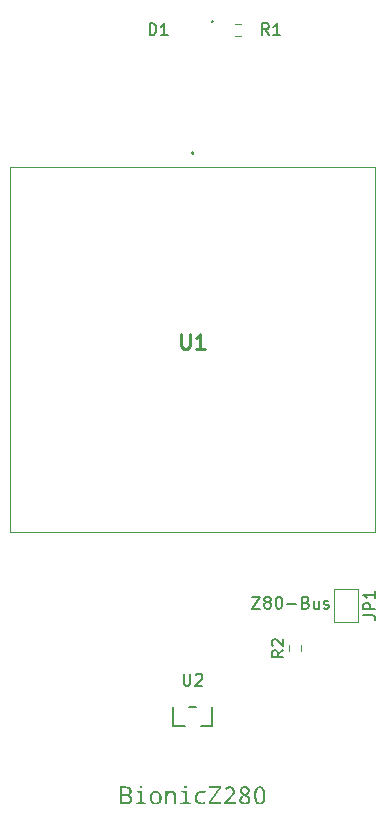
<source format=gbr>
G04 #@! TF.GenerationSoftware,KiCad,Pcbnew,9.0.6-9.0.6~ubuntu25.10.1*
G04 #@! TF.CreationDate,2025-12-01T20:39:10+09:00*
G04 #@! TF.ProjectId,bionic-z280,62696f6e-6963-42d7-9a32-38302e6b6963,1*
G04 #@! TF.SameCoordinates,Original*
G04 #@! TF.FileFunction,Legend,Top*
G04 #@! TF.FilePolarity,Positive*
%FSLAX46Y46*%
G04 Gerber Fmt 4.6, Leading zero omitted, Abs format (unit mm)*
G04 Created by KiCad (PCBNEW 9.0.6-9.0.6~ubuntu25.10.1) date 2025-12-01 20:39:10*
%MOMM*%
%LPD*%
G01*
G04 APERTURE LIST*
%ADD10C,0.150000*%
%ADD11C,0.254000*%
%ADD12C,0.152400*%
%ADD13C,0.120000*%
%ADD14C,0.100000*%
%ADD15C,0.200000*%
G04 APERTURE END LIST*
D10*
X118745649Y-119619819D02*
X119412315Y-119619819D01*
X119412315Y-119619819D02*
X118745649Y-120619819D01*
X118745649Y-120619819D02*
X119412315Y-120619819D01*
X119936125Y-120048390D02*
X119840887Y-120000771D01*
X119840887Y-120000771D02*
X119793268Y-119953152D01*
X119793268Y-119953152D02*
X119745649Y-119857914D01*
X119745649Y-119857914D02*
X119745649Y-119810295D01*
X119745649Y-119810295D02*
X119793268Y-119715057D01*
X119793268Y-119715057D02*
X119840887Y-119667438D01*
X119840887Y-119667438D02*
X119936125Y-119619819D01*
X119936125Y-119619819D02*
X120126601Y-119619819D01*
X120126601Y-119619819D02*
X120221839Y-119667438D01*
X120221839Y-119667438D02*
X120269458Y-119715057D01*
X120269458Y-119715057D02*
X120317077Y-119810295D01*
X120317077Y-119810295D02*
X120317077Y-119857914D01*
X120317077Y-119857914D02*
X120269458Y-119953152D01*
X120269458Y-119953152D02*
X120221839Y-120000771D01*
X120221839Y-120000771D02*
X120126601Y-120048390D01*
X120126601Y-120048390D02*
X119936125Y-120048390D01*
X119936125Y-120048390D02*
X119840887Y-120096009D01*
X119840887Y-120096009D02*
X119793268Y-120143628D01*
X119793268Y-120143628D02*
X119745649Y-120238866D01*
X119745649Y-120238866D02*
X119745649Y-120429342D01*
X119745649Y-120429342D02*
X119793268Y-120524580D01*
X119793268Y-120524580D02*
X119840887Y-120572200D01*
X119840887Y-120572200D02*
X119936125Y-120619819D01*
X119936125Y-120619819D02*
X120126601Y-120619819D01*
X120126601Y-120619819D02*
X120221839Y-120572200D01*
X120221839Y-120572200D02*
X120269458Y-120524580D01*
X120269458Y-120524580D02*
X120317077Y-120429342D01*
X120317077Y-120429342D02*
X120317077Y-120238866D01*
X120317077Y-120238866D02*
X120269458Y-120143628D01*
X120269458Y-120143628D02*
X120221839Y-120096009D01*
X120221839Y-120096009D02*
X120126601Y-120048390D01*
X120936125Y-119619819D02*
X121031363Y-119619819D01*
X121031363Y-119619819D02*
X121126601Y-119667438D01*
X121126601Y-119667438D02*
X121174220Y-119715057D01*
X121174220Y-119715057D02*
X121221839Y-119810295D01*
X121221839Y-119810295D02*
X121269458Y-120000771D01*
X121269458Y-120000771D02*
X121269458Y-120238866D01*
X121269458Y-120238866D02*
X121221839Y-120429342D01*
X121221839Y-120429342D02*
X121174220Y-120524580D01*
X121174220Y-120524580D02*
X121126601Y-120572200D01*
X121126601Y-120572200D02*
X121031363Y-120619819D01*
X121031363Y-120619819D02*
X120936125Y-120619819D01*
X120936125Y-120619819D02*
X120840887Y-120572200D01*
X120840887Y-120572200D02*
X120793268Y-120524580D01*
X120793268Y-120524580D02*
X120745649Y-120429342D01*
X120745649Y-120429342D02*
X120698030Y-120238866D01*
X120698030Y-120238866D02*
X120698030Y-120000771D01*
X120698030Y-120000771D02*
X120745649Y-119810295D01*
X120745649Y-119810295D02*
X120793268Y-119715057D01*
X120793268Y-119715057D02*
X120840887Y-119667438D01*
X120840887Y-119667438D02*
X120936125Y-119619819D01*
X121698030Y-120238866D02*
X122459935Y-120238866D01*
X123269458Y-120096009D02*
X123412315Y-120143628D01*
X123412315Y-120143628D02*
X123459934Y-120191247D01*
X123459934Y-120191247D02*
X123507553Y-120286485D01*
X123507553Y-120286485D02*
X123507553Y-120429342D01*
X123507553Y-120429342D02*
X123459934Y-120524580D01*
X123459934Y-120524580D02*
X123412315Y-120572200D01*
X123412315Y-120572200D02*
X123317077Y-120619819D01*
X123317077Y-120619819D02*
X122936125Y-120619819D01*
X122936125Y-120619819D02*
X122936125Y-119619819D01*
X122936125Y-119619819D02*
X123269458Y-119619819D01*
X123269458Y-119619819D02*
X123364696Y-119667438D01*
X123364696Y-119667438D02*
X123412315Y-119715057D01*
X123412315Y-119715057D02*
X123459934Y-119810295D01*
X123459934Y-119810295D02*
X123459934Y-119905533D01*
X123459934Y-119905533D02*
X123412315Y-120000771D01*
X123412315Y-120000771D02*
X123364696Y-120048390D01*
X123364696Y-120048390D02*
X123269458Y-120096009D01*
X123269458Y-120096009D02*
X122936125Y-120096009D01*
X124364696Y-119953152D02*
X124364696Y-120619819D01*
X123936125Y-119953152D02*
X123936125Y-120476961D01*
X123936125Y-120476961D02*
X123983744Y-120572200D01*
X123983744Y-120572200D02*
X124078982Y-120619819D01*
X124078982Y-120619819D02*
X124221839Y-120619819D01*
X124221839Y-120619819D02*
X124317077Y-120572200D01*
X124317077Y-120572200D02*
X124364696Y-120524580D01*
X124793268Y-120572200D02*
X124888506Y-120619819D01*
X124888506Y-120619819D02*
X125078982Y-120619819D01*
X125078982Y-120619819D02*
X125174220Y-120572200D01*
X125174220Y-120572200D02*
X125221839Y-120476961D01*
X125221839Y-120476961D02*
X125221839Y-120429342D01*
X125221839Y-120429342D02*
X125174220Y-120334104D01*
X125174220Y-120334104D02*
X125078982Y-120286485D01*
X125078982Y-120286485D02*
X124936125Y-120286485D01*
X124936125Y-120286485D02*
X124840887Y-120238866D01*
X124840887Y-120238866D02*
X124793268Y-120143628D01*
X124793268Y-120143628D02*
X124793268Y-120096009D01*
X124793268Y-120096009D02*
X124840887Y-120000771D01*
X124840887Y-120000771D02*
X124936125Y-119953152D01*
X124936125Y-119953152D02*
X125078982Y-119953152D01*
X125078982Y-119953152D02*
X125174220Y-120000771D01*
G36*
X108140785Y-135676957D02*
G01*
X108253197Y-135695966D01*
X108338589Y-135724097D01*
X108402372Y-135759448D01*
X108456037Y-135808979D01*
X108495103Y-135871540D01*
X108519966Y-135949979D01*
X108528951Y-136048509D01*
X108519604Y-136132661D01*
X108492745Y-136204404D01*
X108448443Y-136266496D01*
X108389972Y-136315933D01*
X108318382Y-136351161D01*
X108230731Y-136371917D01*
X108230731Y-136382175D01*
X108342992Y-136410284D01*
X108427445Y-136450758D01*
X108489778Y-136502106D01*
X108533830Y-136564717D01*
X108561175Y-136640817D01*
X108570900Y-136734160D01*
X108562045Y-136834321D01*
X108536903Y-136919279D01*
X108496474Y-136991916D01*
X108440199Y-137054270D01*
X108372101Y-137103334D01*
X108291741Y-137139492D01*
X108196763Y-137162373D01*
X108084185Y-137170500D01*
X107544164Y-137170500D01*
X107544164Y-137007559D01*
X107735773Y-137007559D01*
X108050388Y-137007559D01*
X108156453Y-136998123D01*
X108235024Y-136972830D01*
X108292616Y-136934364D01*
X108333597Y-136882684D01*
X108359560Y-136815043D01*
X108369033Y-136726466D01*
X108359733Y-136646542D01*
X108333952Y-136584595D01*
X108292492Y-136536312D01*
X108232969Y-136499629D01*
X108150229Y-136475119D01*
X108037016Y-136465889D01*
X107735773Y-136465889D01*
X107735773Y-137007559D01*
X107544164Y-137007559D01*
X107544164Y-136302949D01*
X107735773Y-136302949D01*
X108026849Y-136302949D01*
X108132592Y-136295385D01*
X108207765Y-136275652D01*
X108259948Y-136246895D01*
X108298920Y-136204117D01*
X108323918Y-136144221D01*
X108333221Y-136061240D01*
X108323513Y-135983708D01*
X108297071Y-135927028D01*
X108254819Y-135885843D01*
X108199579Y-135858816D01*
X108119447Y-135840044D01*
X108006333Y-135832812D01*
X107735773Y-135832812D01*
X107735773Y-136302949D01*
X107544164Y-136302949D01*
X107544164Y-135669871D01*
X107995067Y-135669871D01*
X108140785Y-135676957D01*
G37*
G36*
X109313337Y-135581944D02*
G01*
X109362030Y-135589664D01*
X109394166Y-135610434D01*
X109414294Y-135644856D01*
X109421964Y-135698631D01*
X109413200Y-135752334D01*
X109389632Y-135787291D01*
X109354506Y-135809110D01*
X109313337Y-135816417D01*
X109264193Y-135808625D01*
X109231760Y-135787660D01*
X109211445Y-135752914D01*
X109203703Y-135698631D01*
X109211412Y-135644950D01*
X109231675Y-135610522D01*
X109264102Y-135589697D01*
X109313337Y-135581944D01*
G37*
G36*
X109218998Y-136191574D02*
G01*
X108943401Y-136170233D01*
X108943401Y-136045028D01*
X109405569Y-136045028D01*
X109405569Y-137023954D01*
X109766255Y-137044470D01*
X109766255Y-137170500D01*
X108866556Y-137170500D01*
X108866556Y-137044470D01*
X109218998Y-137023954D01*
X109218998Y-136191574D01*
G37*
G36*
X110663433Y-136037777D02*
G01*
X110759004Y-136067647D01*
X110844121Y-136116695D01*
X110920577Y-136186353D01*
X110981158Y-136269333D01*
X111025423Y-136365595D01*
X111053201Y-136477641D01*
X111063001Y-136608680D01*
X111053180Y-136744302D01*
X111025538Y-136858635D01*
X110981861Y-136955297D01*
X110922592Y-137037143D01*
X110847350Y-137105204D01*
X110761500Y-137153664D01*
X110662936Y-137183517D01*
X110548626Y-137193947D01*
X110441061Y-137183632D01*
X110346057Y-137153756D01*
X110261042Y-137104580D01*
X110184277Y-137034578D01*
X110123580Y-136951290D01*
X110079165Y-136854379D01*
X110051253Y-136741273D01*
X110041394Y-136608680D01*
X110234010Y-136608680D01*
X110242644Y-136738761D01*
X110265833Y-136837817D01*
X110300552Y-136912285D01*
X110345382Y-136967293D01*
X110400694Y-137006274D01*
X110468600Y-137030571D01*
X110552656Y-137039250D01*
X110636380Y-137030585D01*
X110704042Y-137006323D01*
X110759179Y-136967383D01*
X110803889Y-136912403D01*
X110838531Y-136837937D01*
X110861675Y-136738845D01*
X110870294Y-136608680D01*
X110861682Y-136480148D01*
X110838533Y-136382160D01*
X110803833Y-136308379D01*
X110758949Y-136253774D01*
X110703464Y-136215002D01*
X110635223Y-136190796D01*
X110550641Y-136182140D01*
X110467054Y-136190752D01*
X110399548Y-136214855D01*
X110344586Y-136253508D01*
X110300061Y-136308029D01*
X110265593Y-136381803D01*
X110242578Y-136479897D01*
X110234010Y-136608680D01*
X110041394Y-136608680D01*
X110051112Y-136473982D01*
X110078458Y-136360445D01*
X110121655Y-136264476D01*
X110180247Y-136183239D01*
X110254712Y-136115805D01*
X110340325Y-136067643D01*
X110439288Y-136037874D01*
X110554762Y-136027443D01*
X110663433Y-136037777D01*
G37*
G36*
X112091203Y-137170500D02*
G01*
X112091203Y-136447846D01*
X112083167Y-136360143D01*
X112061555Y-136294869D01*
X112028501Y-136246713D01*
X111983777Y-136212199D01*
X111924848Y-136190198D01*
X111847296Y-136182140D01*
X111763431Y-136190532D01*
X111695992Y-136213944D01*
X111641401Y-136251290D01*
X111597454Y-136303628D01*
X111563623Y-136374009D01*
X111541126Y-136467116D01*
X111532772Y-136588896D01*
X111532772Y-137170500D01*
X111346292Y-137170500D01*
X111346292Y-136045028D01*
X111496960Y-136045028D01*
X111524620Y-136199543D01*
X111534878Y-136199543D01*
X111581655Y-136138377D01*
X111637812Y-136091230D01*
X111704567Y-136056826D01*
X111784039Y-136035147D01*
X111879078Y-136027443D01*
X111991242Y-136036951D01*
X112079363Y-136063033D01*
X112148485Y-136103486D01*
X112202191Y-136158227D01*
X112242210Y-136229294D01*
X112268178Y-136320575D01*
X112277682Y-136437405D01*
X112277682Y-137170500D01*
X112091203Y-137170500D01*
G37*
G36*
X113089820Y-135581944D02*
G01*
X113138513Y-135589664D01*
X113170648Y-135610434D01*
X113190777Y-135644856D01*
X113198447Y-135698631D01*
X113189683Y-135752334D01*
X113166115Y-135787291D01*
X113130989Y-135809110D01*
X113089820Y-135816417D01*
X113040676Y-135808625D01*
X113008243Y-135787660D01*
X112987928Y-135752914D01*
X112980185Y-135698631D01*
X112987895Y-135644950D01*
X113008158Y-135610522D01*
X113040585Y-135589697D01*
X113089820Y-135581944D01*
G37*
G36*
X112995481Y-136191574D02*
G01*
X112719884Y-136170233D01*
X112719884Y-136045028D01*
X113182052Y-136045028D01*
X113182052Y-137023954D01*
X113542738Y-137044470D01*
X113542738Y-137170500D01*
X112643039Y-137170500D01*
X112643039Y-137044470D01*
X112995481Y-137023954D01*
X112995481Y-136191574D01*
G37*
G36*
X114787186Y-136087893D02*
G01*
X114723621Y-136249826D01*
X114619560Y-136215363D01*
X114528675Y-136196314D01*
X114449031Y-136190383D01*
X114344045Y-136199824D01*
X114260894Y-136225870D01*
X114194954Y-136266656D01*
X114143075Y-136322524D01*
X114103961Y-136395962D01*
X114078351Y-136491295D01*
X114068928Y-136614267D01*
X114078142Y-136735439D01*
X114103167Y-136829283D01*
X114141345Y-136901479D01*
X114191907Y-136956313D01*
X114256070Y-136996281D01*
X114336866Y-137021773D01*
X114438773Y-137031006D01*
X114544955Y-137024181D01*
X114654296Y-137003300D01*
X114767677Y-136967442D01*
X114767677Y-137131390D01*
X114674078Y-137164837D01*
X114562773Y-137186282D01*
X114430530Y-137193947D01*
X114299716Y-137183556D01*
X114190408Y-137154347D01*
X114098704Y-137108077D01*
X114021668Y-137044837D01*
X113960635Y-136966413D01*
X113915418Y-136871374D01*
X113886564Y-136756309D01*
X113876221Y-136616831D01*
X113883113Y-136499118D01*
X113902520Y-136398757D01*
X113933000Y-136313178D01*
X113973777Y-136240199D01*
X114024782Y-136178110D01*
X114103313Y-136114306D01*
X114196987Y-136067538D01*
X114308844Y-136037971D01*
X114442895Y-136027443D01*
X114563344Y-136034292D01*
X114677805Y-136054512D01*
X114787186Y-136087893D01*
G37*
G36*
X116110585Y-137170500D02*
G01*
X115063333Y-137170500D01*
X115063333Y-137023954D01*
X115875929Y-135837941D01*
X115084857Y-135837941D01*
X115084857Y-135669871D01*
X116090069Y-135669871D01*
X116090069Y-135816417D01*
X115277473Y-137002430D01*
X116110585Y-137002430D01*
X116110585Y-137170500D01*
G37*
G36*
X117312993Y-137170500D02*
G01*
X116379588Y-137170500D01*
X116379588Y-137010673D01*
X116738167Y-136620678D01*
X116917582Y-136413426D01*
X117001491Y-136295713D01*
X117036712Y-136222201D01*
X117057873Y-136143992D01*
X117065055Y-136059775D01*
X117057198Y-135985625D01*
X117035215Y-135926066D01*
X116999934Y-135877875D01*
X116952777Y-135841487D01*
X116895223Y-135819063D01*
X116824263Y-135811105D01*
X116745937Y-135819077D01*
X116666416Y-135843581D01*
X116584295Y-135886397D01*
X116498382Y-135950415D01*
X116393876Y-135828507D01*
X116497791Y-135749429D01*
X116603504Y-135695064D01*
X116712394Y-135663006D01*
X116826278Y-135652286D01*
X116925215Y-135659819D01*
X117008780Y-135681070D01*
X117079649Y-135714789D01*
X117139885Y-135760821D01*
X117189299Y-135818550D01*
X117224831Y-135885143D01*
X117246899Y-135962338D01*
X117254649Y-136052539D01*
X117248238Y-136132531D01*
X117228494Y-136215451D01*
X117194199Y-136302308D01*
X117145798Y-136384954D01*
X117052512Y-136508410D01*
X116895978Y-136686166D01*
X116608016Y-136992263D01*
X116608016Y-137000415D01*
X117312993Y-137000415D01*
X117312993Y-137170500D01*
G37*
G36*
X118199545Y-135653125D02*
G01*
X118280388Y-135672151D01*
X118350273Y-135702472D01*
X118410895Y-135743877D01*
X118461806Y-135796610D01*
X118497866Y-135856979D01*
X118520024Y-135926507D01*
X118527765Y-136007476D01*
X118517582Y-136095417D01*
X118487643Y-136174362D01*
X118437062Y-136246688D01*
X118362668Y-136313735D01*
X118259311Y-136375672D01*
X118366501Y-136439854D01*
X118447040Y-136504882D01*
X118505384Y-136570733D01*
X118545000Y-136637900D01*
X118568194Y-136707396D01*
X118575942Y-136780688D01*
X118567420Y-136871709D01*
X118542957Y-136950576D01*
X118503078Y-137019679D01*
X118446798Y-137080649D01*
X118379502Y-137128832D01*
X118301616Y-137164056D01*
X118211162Y-137186156D01*
X118105622Y-137193947D01*
X117994435Y-137186359D01*
X117901801Y-137165146D01*
X117824577Y-137131932D01*
X117760232Y-137087335D01*
X117706917Y-137029906D01*
X117668602Y-136962499D01*
X117644734Y-136883123D01*
X117636309Y-136788931D01*
X117818758Y-136788931D01*
X117827111Y-136866277D01*
X117850031Y-136925440D01*
X117886285Y-136970745D01*
X117937357Y-137004545D01*
X118007183Y-137026812D01*
X118101592Y-137035128D01*
X118192164Y-137026748D01*
X118262549Y-137003783D01*
X118317197Y-136967992D01*
X118358885Y-136918550D01*
X118384481Y-136857333D01*
X118393584Y-136780780D01*
X118386437Y-136721679D01*
X118365227Y-136667667D01*
X118329012Y-136617198D01*
X118282241Y-136574050D01*
X118211411Y-136525229D01*
X118109743Y-136470011D01*
X118078969Y-136455631D01*
X117977209Y-136514258D01*
X117904938Y-136576332D01*
X117856524Y-136641888D01*
X117828270Y-136712049D01*
X117818758Y-136788931D01*
X117636309Y-136788931D01*
X117644125Y-136705151D01*
X117666929Y-136629651D01*
X117704691Y-136560678D01*
X117758610Y-136497004D01*
X117831028Y-136438032D01*
X117925279Y-136383824D01*
X117833405Y-136316254D01*
X117766527Y-136245460D01*
X117720746Y-136170978D01*
X117693646Y-136091579D01*
X117685644Y-136016269D01*
X117866844Y-136016269D01*
X117872759Y-136075670D01*
X117889755Y-136126952D01*
X117917585Y-136171790D01*
X117955492Y-136209652D01*
X118016399Y-136252108D01*
X118107728Y-136299743D01*
X118201753Y-136249346D01*
X118267823Y-136196196D01*
X118311603Y-136140408D01*
X118336925Y-136081062D01*
X118345407Y-136016269D01*
X118337606Y-135950614D01*
X118315896Y-135899428D01*
X118280835Y-135859282D01*
X118234889Y-135830370D01*
X118176898Y-135811927D01*
X118103607Y-135805243D01*
X118033065Y-135811854D01*
X117976461Y-135830229D01*
X117930866Y-135859282D01*
X117896130Y-135899385D01*
X117874590Y-135950568D01*
X117866844Y-136016269D01*
X117685644Y-136016269D01*
X117684486Y-136005370D01*
X117692348Y-135925094D01*
X117714889Y-135856052D01*
X117751682Y-135795960D01*
X117803829Y-135743327D01*
X117865783Y-135701850D01*
X117935719Y-135671715D01*
X118015067Y-135652972D01*
X118105622Y-135646424D01*
X118199545Y-135653125D01*
G37*
G36*
X119455117Y-135654805D02*
G01*
X119535360Y-135678827D01*
X119605547Y-135717859D01*
X119667348Y-135772688D01*
X119721563Y-135845452D01*
X119770574Y-135945187D01*
X119808695Y-136070514D01*
X119833837Y-136226671D01*
X119843013Y-136419636D01*
X119834334Y-136613762D01*
X119810643Y-136769394D01*
X119774940Y-136892798D01*
X119729427Y-136989505D01*
X119675373Y-137064177D01*
X119612998Y-137120409D01*
X119541435Y-137160501D01*
X119458813Y-137185267D01*
X119362434Y-137193947D01*
X119271127Y-137185610D01*
X119191879Y-137161681D01*
X119122359Y-137122731D01*
X119060947Y-137067906D01*
X119006878Y-136995011D01*
X118958127Y-136895281D01*
X118920174Y-136769791D01*
X118895124Y-136613252D01*
X118885978Y-136419636D01*
X118885998Y-136419178D01*
X119075479Y-136419178D01*
X119081146Y-136591671D01*
X119096199Y-136722834D01*
X119118053Y-136820328D01*
X119144631Y-136890964D01*
X119185791Y-136955978D01*
X119234776Y-136999822D01*
X119292700Y-137026012D01*
X119362434Y-137035128D01*
X119433170Y-137025961D01*
X119491996Y-136999630D01*
X119541794Y-136955597D01*
X119583718Y-136890414D01*
X119610947Y-136819475D01*
X119633285Y-136721905D01*
X119648649Y-136590991D01*
X119654427Y-136419178D01*
X119648661Y-136248511D01*
X119633315Y-136118229D01*
X119610980Y-136020910D01*
X119583718Y-135949957D01*
X119541794Y-135884774D01*
X119491996Y-135840741D01*
X119433170Y-135814410D01*
X119362434Y-135805243D01*
X119292669Y-135814339D01*
X119234736Y-135840463D01*
X119185764Y-135884173D01*
X119144631Y-135948949D01*
X119118053Y-136019327D01*
X119096200Y-136116484D01*
X119081146Y-136247217D01*
X119075479Y-136419178D01*
X118885998Y-136419178D01*
X118894608Y-136225507D01*
X118918163Y-136069943D01*
X118953646Y-135946664D01*
X118998853Y-135850124D01*
X119052503Y-135775646D01*
X119114360Y-135719612D01*
X119185265Y-135679696D01*
X119267067Y-135655057D01*
X119362434Y-135646424D01*
X119455117Y-135654805D01*
G37*
X110040905Y-72055019D02*
X110040905Y-71055019D01*
X110040905Y-71055019D02*
X110279000Y-71055019D01*
X110279000Y-71055019D02*
X110421857Y-71102638D01*
X110421857Y-71102638D02*
X110517095Y-71197876D01*
X110517095Y-71197876D02*
X110564714Y-71293114D01*
X110564714Y-71293114D02*
X110612333Y-71483590D01*
X110612333Y-71483590D02*
X110612333Y-71626447D01*
X110612333Y-71626447D02*
X110564714Y-71816923D01*
X110564714Y-71816923D02*
X110517095Y-71912161D01*
X110517095Y-71912161D02*
X110421857Y-72007400D01*
X110421857Y-72007400D02*
X110279000Y-72055019D01*
X110279000Y-72055019D02*
X110040905Y-72055019D01*
X111564714Y-72055019D02*
X110993286Y-72055019D01*
X111279000Y-72055019D02*
X111279000Y-71055019D01*
X111279000Y-71055019D02*
X111183762Y-71197876D01*
X111183762Y-71197876D02*
X111088524Y-71293114D01*
X111088524Y-71293114D02*
X110993286Y-71340733D01*
X112927895Y-126122219D02*
X112927895Y-126931742D01*
X112927895Y-126931742D02*
X112975514Y-127026980D01*
X112975514Y-127026980D02*
X113023133Y-127074600D01*
X113023133Y-127074600D02*
X113118371Y-127122219D01*
X113118371Y-127122219D02*
X113308847Y-127122219D01*
X113308847Y-127122219D02*
X113404085Y-127074600D01*
X113404085Y-127074600D02*
X113451704Y-127026980D01*
X113451704Y-127026980D02*
X113499323Y-126931742D01*
X113499323Y-126931742D02*
X113499323Y-126122219D01*
X113927895Y-126217457D02*
X113975514Y-126169838D01*
X113975514Y-126169838D02*
X114070752Y-126122219D01*
X114070752Y-126122219D02*
X114308847Y-126122219D01*
X114308847Y-126122219D02*
X114404085Y-126169838D01*
X114404085Y-126169838D02*
X114451704Y-126217457D01*
X114451704Y-126217457D02*
X114499323Y-126312695D01*
X114499323Y-126312695D02*
X114499323Y-126407933D01*
X114499323Y-126407933D02*
X114451704Y-126550790D01*
X114451704Y-126550790D02*
X113880276Y-127122219D01*
X113880276Y-127122219D02*
X114499323Y-127122219D01*
X120137333Y-72055019D02*
X119804000Y-71578828D01*
X119565905Y-72055019D02*
X119565905Y-71055019D01*
X119565905Y-71055019D02*
X119946857Y-71055019D01*
X119946857Y-71055019D02*
X120042095Y-71102638D01*
X120042095Y-71102638D02*
X120089714Y-71150257D01*
X120089714Y-71150257D02*
X120137333Y-71245495D01*
X120137333Y-71245495D02*
X120137333Y-71388352D01*
X120137333Y-71388352D02*
X120089714Y-71483590D01*
X120089714Y-71483590D02*
X120042095Y-71531209D01*
X120042095Y-71531209D02*
X119946857Y-71578828D01*
X119946857Y-71578828D02*
X119565905Y-71578828D01*
X121089714Y-72055019D02*
X120518286Y-72055019D01*
X120804000Y-72055019D02*
X120804000Y-71055019D01*
X120804000Y-71055019D02*
X120708762Y-71197876D01*
X120708762Y-71197876D02*
X120613524Y-71293114D01*
X120613524Y-71293114D02*
X120518286Y-71340733D01*
X128140819Y-121162333D02*
X128855104Y-121162333D01*
X128855104Y-121162333D02*
X128997961Y-121209952D01*
X128997961Y-121209952D02*
X129093200Y-121305190D01*
X129093200Y-121305190D02*
X129140819Y-121448047D01*
X129140819Y-121448047D02*
X129140819Y-121543285D01*
X129140819Y-120686142D02*
X128140819Y-120686142D01*
X128140819Y-120686142D02*
X128140819Y-120305190D01*
X128140819Y-120305190D02*
X128188438Y-120209952D01*
X128188438Y-120209952D02*
X128236057Y-120162333D01*
X128236057Y-120162333D02*
X128331295Y-120114714D01*
X128331295Y-120114714D02*
X128474152Y-120114714D01*
X128474152Y-120114714D02*
X128569390Y-120162333D01*
X128569390Y-120162333D02*
X128617009Y-120209952D01*
X128617009Y-120209952D02*
X128664628Y-120305190D01*
X128664628Y-120305190D02*
X128664628Y-120686142D01*
X129140819Y-119162333D02*
X129140819Y-119733761D01*
X129140819Y-119448047D02*
X128140819Y-119448047D01*
X128140819Y-119448047D02*
X128283676Y-119543285D01*
X128283676Y-119543285D02*
X128378914Y-119638523D01*
X128378914Y-119638523D02*
X128426533Y-119733761D01*
X121360819Y-124141666D02*
X120884628Y-124474999D01*
X121360819Y-124713094D02*
X120360819Y-124713094D01*
X120360819Y-124713094D02*
X120360819Y-124332142D01*
X120360819Y-124332142D02*
X120408438Y-124236904D01*
X120408438Y-124236904D02*
X120456057Y-124189285D01*
X120456057Y-124189285D02*
X120551295Y-124141666D01*
X120551295Y-124141666D02*
X120694152Y-124141666D01*
X120694152Y-124141666D02*
X120789390Y-124189285D01*
X120789390Y-124189285D02*
X120837009Y-124236904D01*
X120837009Y-124236904D02*
X120884628Y-124332142D01*
X120884628Y-124332142D02*
X120884628Y-124713094D01*
X120456057Y-123760713D02*
X120408438Y-123713094D01*
X120408438Y-123713094D02*
X120360819Y-123617856D01*
X120360819Y-123617856D02*
X120360819Y-123379761D01*
X120360819Y-123379761D02*
X120408438Y-123284523D01*
X120408438Y-123284523D02*
X120456057Y-123236904D01*
X120456057Y-123236904D02*
X120551295Y-123189285D01*
X120551295Y-123189285D02*
X120646533Y-123189285D01*
X120646533Y-123189285D02*
X120789390Y-123236904D01*
X120789390Y-123236904D02*
X121360819Y-123808332D01*
X121360819Y-123808332D02*
X121360819Y-123189285D01*
D11*
X112706980Y-97351418D02*
X112706980Y-98379513D01*
X112706980Y-98379513D02*
X112767457Y-98500465D01*
X112767457Y-98500465D02*
X112827933Y-98560942D01*
X112827933Y-98560942D02*
X112948885Y-98621418D01*
X112948885Y-98621418D02*
X113190790Y-98621418D01*
X113190790Y-98621418D02*
X113311742Y-98560942D01*
X113311742Y-98560942D02*
X113372219Y-98500465D01*
X113372219Y-98500465D02*
X113432695Y-98379513D01*
X113432695Y-98379513D02*
X113432695Y-97351418D01*
X114702695Y-98621418D02*
X113976980Y-98621418D01*
X114339837Y-98621418D02*
X114339837Y-97351418D01*
X114339837Y-97351418D02*
X114218885Y-97532846D01*
X114218885Y-97532846D02*
X114097933Y-97653799D01*
X114097933Y-97653799D02*
X113976980Y-97714275D01*
D12*
X115427200Y-70914400D02*
G75*
G02*
X115274800Y-70914400I-76200J0D01*
G01*
X115274800Y-70914400D02*
G75*
G02*
X115427200Y-70914400I76200J0D01*
G01*
X112037800Y-128938400D02*
X112037800Y-130592400D01*
X112037800Y-130592400D02*
X113026860Y-130592400D01*
X113976861Y-128938400D02*
X113402739Y-128938400D01*
X114352740Y-130592400D02*
X115341800Y-130592400D01*
X115341800Y-130592400D02*
X115341800Y-128938400D01*
D13*
X117255276Y-71077700D02*
X117764724Y-71077700D01*
X117255276Y-72122700D02*
X117764724Y-72122700D01*
X125654000Y-118929000D02*
X127654000Y-118929000D01*
X125654000Y-121729000D02*
X125654000Y-118929000D01*
X127654000Y-118929000D02*
X127654000Y-121729000D01*
X127654000Y-121729000D02*
X125654000Y-121729000D01*
X121813500Y-124229724D02*
X121813500Y-123720276D01*
X122858500Y-124229724D02*
X122858500Y-123720276D01*
D14*
X98199600Y-83190100D02*
X129149600Y-83190100D01*
X98199600Y-114140100D02*
X98199600Y-83190100D01*
D15*
X113674600Y-81955100D02*
X113674600Y-81955100D01*
X113674600Y-82155100D02*
X113674600Y-82155100D01*
D14*
X129149600Y-83190100D02*
X129149600Y-114140100D01*
X129149600Y-114140100D02*
X98199600Y-114140100D01*
D15*
X113674600Y-81955100D02*
G75*
G02*
X113674600Y-82155100I0J-100000D01*
G01*
X113674600Y-82155100D02*
G75*
G02*
X113674600Y-81955100I0J100000D01*
G01*
M02*

</source>
